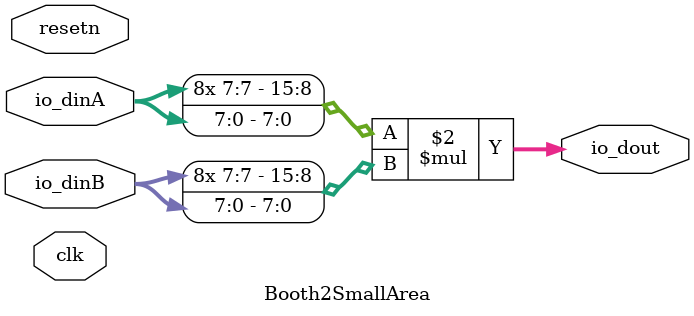
<source format=v>

`timescale 1ns/1ps 

module Booth2SmallArea (
  input      [7:0]    io_dinA,
  input      [7:0]    io_dinB,
  output     [15:0]   io_dout,
  input               clk,
  input               resetn
);

  reg        [16:0]   shiftReg;
  wire       [7:0]    NegativeB;

  assign NegativeB = (- io_dinB);
  assign io_dout = ($signed(io_dinA) * $signed(io_dinB));

endmodule

</source>
